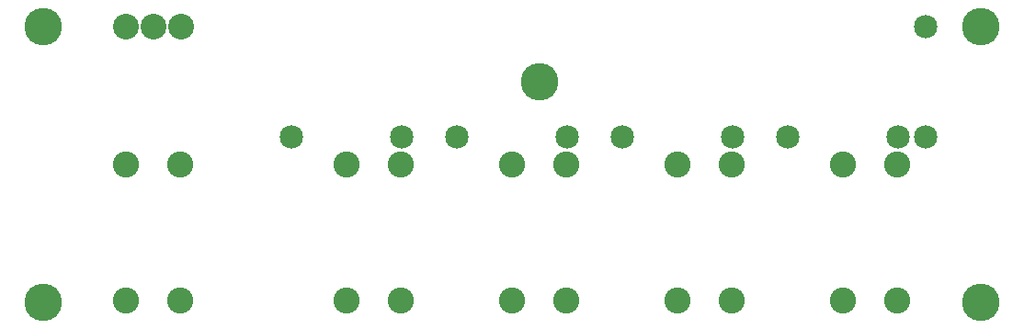
<source format=gbs>
G04 MADE WITH FRITZING*
G04 WWW.FRITZING.ORG*
G04 SINGLE SIDED*
G04 HOLES NOT PLATED*
G04 CONTOUR ON CENTER OF CONTOUR VECTOR*
%ASAXBY*%
%FSLAX23Y23*%
%MOIN*%
%OFA0B0*%
%SFA1.0B1.0*%
%ADD10C,0.095000*%
%ADD11C,0.085000*%
%ADD12C,0.093307*%
%ADD13C,0.135984*%
%LNMASK0*%
G90*
G70*
G54D10*
X398Y102D03*
X595Y102D03*
X595Y594D03*
X398Y594D03*
X1798Y102D03*
X1995Y102D03*
X1995Y594D03*
X1798Y594D03*
X1198Y102D03*
X1395Y102D03*
X1395Y594D03*
X1198Y594D03*
X2398Y102D03*
X2595Y102D03*
X2595Y594D03*
X2398Y594D03*
X2998Y102D03*
X3195Y102D03*
X3195Y594D03*
X2998Y594D03*
G54D11*
X3198Y694D03*
X2798Y694D03*
X2598Y694D03*
X2198Y694D03*
X1998Y694D03*
X1598Y694D03*
X1398Y694D03*
X998Y694D03*
X3298Y1094D03*
X3298Y694D03*
G54D12*
X598Y1094D03*
X498Y1094D03*
X398Y1094D03*
G54D13*
X3498Y1094D03*
X98Y94D03*
X98Y1094D03*
X3498Y94D03*
X1898Y894D03*
G04 End of Mask0*
M02*
</source>
